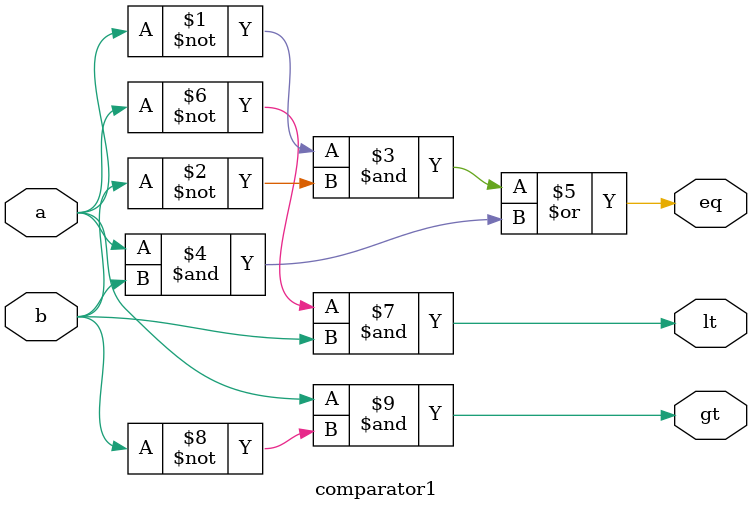
<source format=v>
module comparator1(a, b, eq, lt, gt);
    
  input a, b;
    
  output eq, lt, gt;
    
    
  assign eq = ~a & ~b | a & b;    // 00, 11
   
  assign lt = ~a & b;             // 01
    
  assign gt = a & ~b;             // 10

endmodule


</source>
